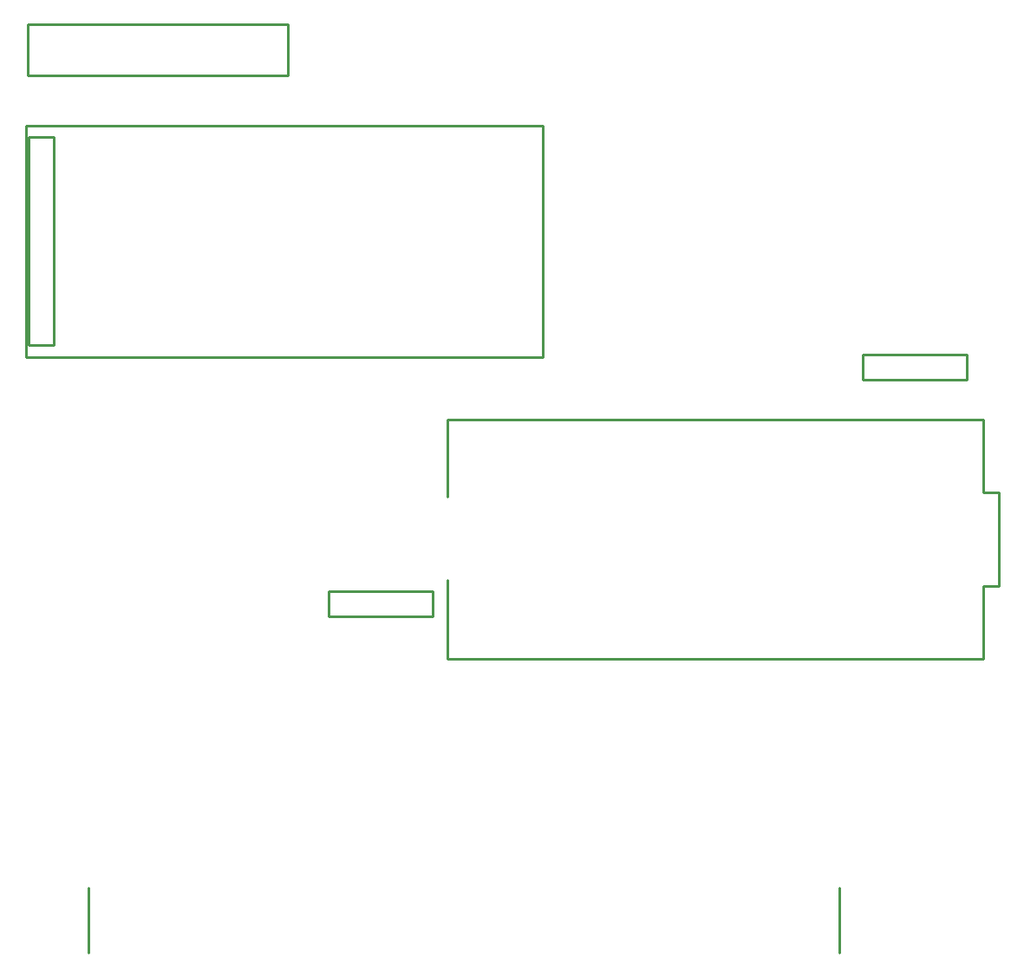
<source format=gm1>
G04*
G04 #@! TF.GenerationSoftware,Altium Limited,Altium Designer,21.6.4 (81)*
G04*
G04 Layer_Color=6684774*
%FSLAX25Y25*%
%MOIN*%
G70*
G04*
G04 #@! TF.SameCoordinates,0CBDA3DA-19B2-4F21-B402-8426C952BD09*
G04*
G04*
G04 #@! TF.FilePolarity,Positive*
G04*
G01*
G75*
%ADD10C,0.01000*%
D10*
X344300Y2500D02*
Y27500D01*
X55700Y2500D02*
Y27500D01*
X148000Y131579D02*
X188000D01*
X148000Y141421D02*
X188000D01*
Y131579D02*
Y141421D01*
X148000Y131579D02*
Y141421D01*
X32579Y316000D02*
X42421D01*
X32579Y236000D02*
X42421D01*
Y316000D01*
X32579Y236000D02*
Y316000D01*
X230413Y231512D02*
Y320488D01*
X31594D02*
X230413D01*
X31594Y231512D02*
X230413D01*
X31594D02*
Y320488D01*
X405680Y143476D02*
Y179476D01*
X399680Y143476D02*
X405680D01*
X399680Y115476D02*
Y143476D01*
X193802Y115476D02*
X399680D01*
Y179476D02*
Y207476D01*
X193802Y177626D02*
Y207476D01*
X399680D01*
X193802Y115476D02*
Y145626D01*
X399680Y179476D02*
X405680D01*
X353500Y222579D02*
X393500D01*
X353500Y232421D02*
X393500D01*
X353500Y222579D02*
Y232421D01*
X393500Y222579D02*
Y232421D01*
X32500Y339579D02*
Y359421D01*
X132500Y339579D02*
Y359421D01*
X32500Y339579D02*
X132500D01*
X32500Y359421D02*
X132500D01*
M02*

</source>
